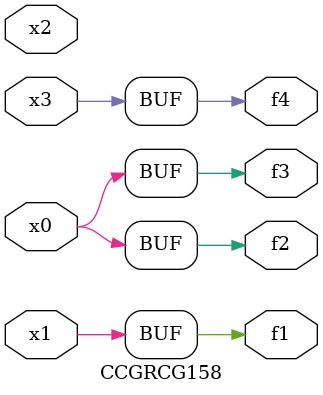
<source format=v>
module CCGRCG158(
	input x0, x1, x2, x3,
	output f1, f2, f3, f4
);
	assign f1 = x1;
	assign f2 = x0;
	assign f3 = x0;
	assign f4 = x3;
endmodule

</source>
